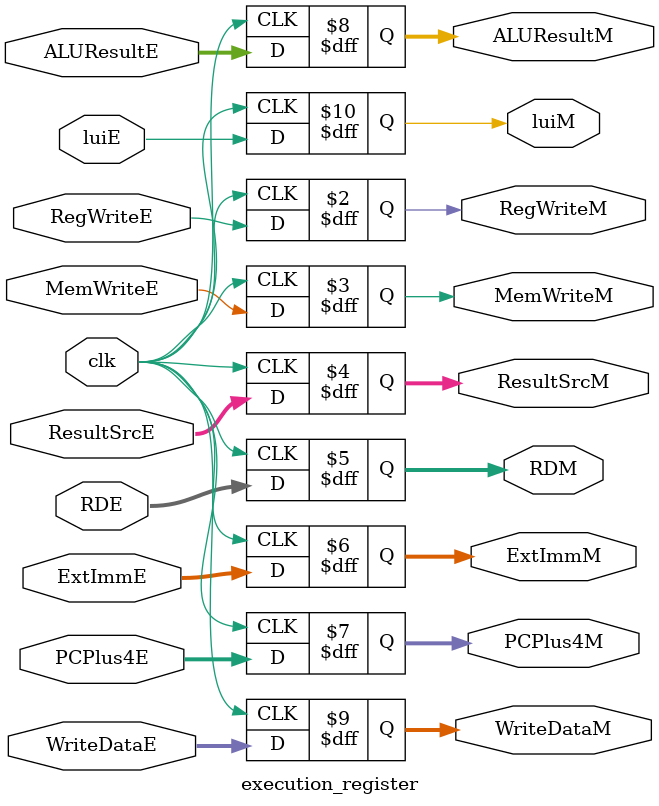
<source format=v>
module execution_register(  input luiE,
							input [31:0] PCPlus4E, ALUResultE, WriteDataE, 
						    input[4:0] RDE,
						    input[31:0] ExtImmE, 
		          			input clk, RegWriteE, MemWriteE,
		          			input [1:0] ResultSrcE,
		          			output reg RegWriteM, MemWriteM,
		          			output reg[1:0] ResultSrcM,
		           			output reg [4:0] RDM,
				  	 		output reg[31:0] ExtImmM, PCPlus4M, ALUResultM, WriteDataM,
							output reg luiM);

	always@(posedge clk)begin
		RDM = RDE;
		ExtImmM = ExtImmE;	
		PCPlus4M = PCPlus4E;
		ALUResultM = ALUResultE;
		WriteDataM = WriteDataE;
		ResultSrcM = ResultSrcE; 
		RegWriteM = RegWriteE;
		MemWriteM = MemWriteE;
		luiM = luiE;
	end

endmodule

</source>
